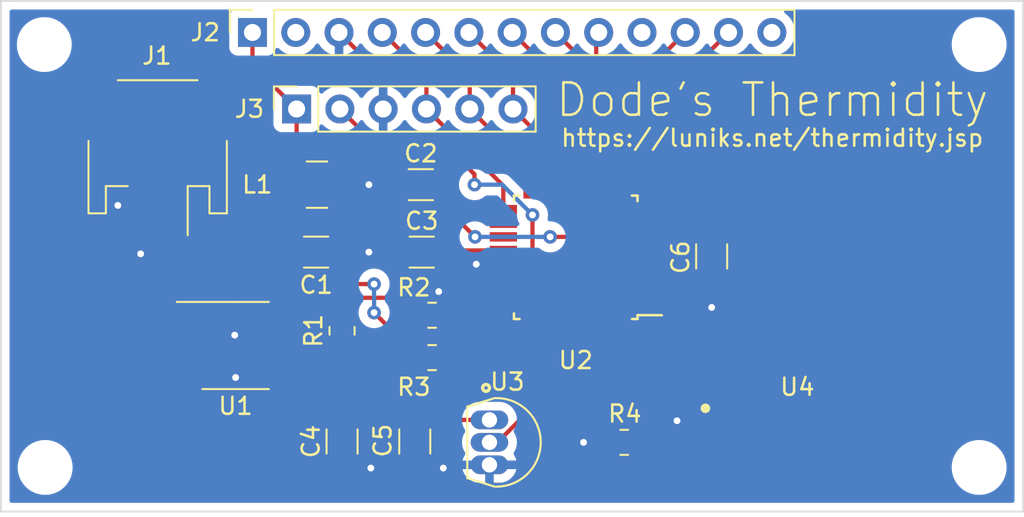
<source format=kicad_pcb>
(kicad_pcb (version 20211014) (generator pcbnew)
  (layers (0 "F.Cu" signal) (31 "B.Cu" signal) (34 "B.Paste" user) (35 "F.Paste" user) (36 "B.SilkS" user "B.Silkscreen") (37 "F.SilkS" user "F.Silkscreen") (38 "B.Mask" user) (39 "F.Mask" user) (44 "Edge.Cuts" user))
  (net 0 "")
  (net 1 "GND")
  (net 2 "+BATT")
  (net 4 "Net-(J2-Pad4)")
  (net 5 "Net-(J2-Pad5)")
  (net 6 "Net-(J2-Pad6)")
  (net 7 "Net-(J2-Pad7)")
  (net 8 "Net-(J2-Pad8)")
  (net 9 "Net-(J2-Pad9)")
  (net 11 "Net-(J2-Pad11)")
  (net 12 "Net-(J2-Pad12)")
  (net 14 "Net-(C2-Pad2)")
  (net 15 "Net-(C3-Pad2)")
  (net 16 "Net-(U2-Pad24)")
  (net 17 "Net-(J3-Pad2)")
  (net 18 "Net-(U2-Pad26)")
  (net 28 "Net-(U2-Pad25)")
  (net 30 "Net-(C4-Pad1)")
  (footprint "Inductor_SMD:L_1210_3225Metric_Pad1.42x2.65mm_HandSolder" (layer "F.Cu") (at 130.2512 69.6976)
    (fp_text reference "L1" (at -3.5052 0) (layer "F.SilkS"))
    (fp_text value "10uH")
    (fp_line (start -0.602064 1.36) (end 0.602064 1.36) (layer "F.SilkS") (width 0.12))
    (fp_line (start -0.602064 -1.36) (end 0.602064 -1.36) (layer "F.SilkS") (width 0.12))
    (pad "1" smd roundrect (at -1.4875 0) (size 1.425 2.65) (layers "F.Cu" "F.Paste" "F.Mask") (roundrect_rratio 0.175439) (net 2 "+BATT"))
    (pad "2" smd roundrect (at 1.4875 0) (size 1.425 2.65) (layers "F.Cu" "F.Paste" "F.Mask") (roundrect_rratio 0.175439) (net 14 "Net-(C2-Pad2)"))
  )
  (footprint "Connector_PinSocket_2.54mm:PinSocket_1x06_P2.54mm_Vertical" (layer "F.Cu") (at 129.057 65.253 90)
    (fp_text reference "J3" (at 0 -2.77) (layer "F.SilkS"))
    (fp_text value "ISP")
    (fp_line (start -1.33 1.27) (end -1.33 14.03) (layer "F.SilkS") (width 0.12))
    (fp_line (start -1.33 14.03) (end 1.33 14.03) (layer "F.SilkS") (width 0.12))
    (fp_line (start 0 -1.33) (end 1.33 -1.33) (layer "F.SilkS") (width 0.12))
    (fp_line (start 1.33 -1.33) (end 1.33 0) (layer "F.SilkS") (width 0.12))
    (fp_line (start -1.33 1.27) (end 1.33 1.27) (layer "F.SilkS") (width 0.12))
    (fp_line (start 1.33 1.27) (end 1.33 14.03) (layer "F.SilkS") (width 0.12))
    (pad "1" thru_hole rect (at 0 0 90) (size 1.7 1.7) (drill 1) (layers *.Cu *.Mask) (net 2 "+BATT"))
    (pad "2" thru_hole oval (at 0 2.54 90) (size 1.7 1.7) (drill 1) (layers *.Cu *.Mask) (net 17 "Net-(J3-Pad2)"))
    (pad "3" thru_hole oval (at 0 5.08 90) (size 1.7 1.7) (drill 1) (layers *.Cu *.Mask) (net 1 "GND"))
    (pad "4" thru_hole oval (at 0 7.62 90) (size 1.7 1.7) (drill 1) (layers *.Cu *.Mask) (net 4 "Net-(J2-Pad4)"))
    (pad "5" thru_hole oval (at 0 10.16 90) (size 1.7 1.7) (drill 1) (layers *.Cu *.Mask) (net 5 "Net-(J2-Pad5)"))
    (pad "6" thru_hole oval (at 0 12.7 90) (size 1.7 1.7) (drill 1) (layers *.Cu *.Mask) (net 6 "Net-(J2-Pad6)"))
  )
  (footprint "Connector_JST:JST_PH_S2B-PH-SM4-TB_1x02-1MP_P2.00mm_Horizontal" (layer "F.Cu") (at 120.904 68.072 180)
    (fp_text reference "J1" (at 0.0508 5.9436) (layer "F.SilkS"))
    (fp_text value "Battery")
    (fp_line (start -4.06 0.94) (end -4.06 -3.31) (layer "F.SilkS") (width 0.12))
    (fp_line (start -2.34 4.51) (end 2.34 4.51) (layer "F.SilkS") (width 0.12))
    (fp_line (start -4.06 -3.31) (end -3.04 -3.31) (layer "F.SilkS") (width 0.12))
    (fp_line (start 3.04 -1.71) (end 1.76 -1.71) (layer "F.SilkS") (width 0.12))
    (fp_line (start -3.04 -1.71) (end -1.76 -1.71) (layer "F.SilkS") (width 0.12))
    (fp_line (start -1.76 -1.71) (end -1.76 -4.6) (layer "F.SilkS") (width 0.12))
    (fp_line (start 4.06 0.94) (end 4.06 -3.31) (layer "F.SilkS") (width 0.12))
    (fp_line (start 3.04 -3.31) (end 3.04 -1.71) (layer "F.SilkS") (width 0.12))
    (fp_line (start -3.04 -3.31) (end -3.04 -1.71) (layer "F.SilkS") (width 0.12))
    (fp_line (start 4.06 -3.31) (end 3.04 -3.31) (layer "F.SilkS") (width 0.12))
    (pad "1" smd roundrect (at -1 -2.85 180) (size 1 3.5) (layers "F.Cu" "F.Paste" "F.Mask") (net 2 "+BATT"))
    (pad "2" smd roundrect (at 1 -2.85 180) (size 1 3.5) (layers "F.Cu" "F.Paste" "F.Mask") (net 1 "GND"))
    (pad "MP" smd roundrect (at -3.35 2.9 180) (size 1.5 3.4) (layers "F.Cu" "F.Paste" "F.Mask") (roundrect_rratio 0.166667))
    (pad "MP" smd roundrect (at 3.35 2.9 180) (size 1.5 3.4) (layers "F.Cu" "F.Paste" "F.Mask") (roundrect_rratio 0.166667))
  )
  (footprint "Capacitor_SMD:C_1206_3216Metric_Pad1.33x1.80mm_HandSolder" (layer "F.Cu") (at 130.2004 73.66 180)
    (fp_text reference "C1" (at 0 -1.9304) (layer "F.SilkS"))
    (fp_text value "2.2uF")
    (fp_line (start -0.711252 -0.91) (end 0.711252 -0.91) (layer "F.SilkS") (width 0.12))
    (fp_line (start -0.711252 0.91) (end 0.711252 0.91) (layer "F.SilkS") (width 0.12))
    (pad "1" smd roundrect (at -1.5625 0 180) (size 1.325 1.8) (layers "F.Cu" "F.Paste" "F.Mask") (roundrect_rratio 0.188679) (net 1 "GND"))
    (pad "2" smd roundrect (at 1.5625 0 180) (size 1.325 1.8) (layers "F.Cu" "F.Paste" "F.Mask") (roundrect_rratio 0.188679) (net 2 "+BATT"))
  )
  (footprint "Connector_PinSocket_2.54mm:PinSocket_1x13_P2.54mm_Vertical" (layer "F.Cu") (at 126.4666 60.7568 90)
    (fp_text reference "J2" (at 0 -2.77) (layer "F.SilkS"))
    (fp_text value "Display")
    (fp_line (start 0 -1.33) (end 1.33 -1.33) (layer "F.SilkS") (width 0.12))
    (fp_line (start -1.33 1.27) (end -1.33 31.81) (layer "F.SilkS") (width 0.12))
    (fp_line (start 1.33 1.27) (end 1.33 31.81) (layer "F.SilkS") (width 0.12))
    (fp_line (start -1.33 31.81) (end 1.33 31.81) (layer "F.SilkS") (width 0.12))
    (fp_line (start 1.33 -1.33) (end 1.33 0) (layer "F.SilkS") (width 0.12))
    (fp_line (start -1.33 1.27) (end 1.33 1.27) (layer "F.SilkS") (width 0.12))
    (pad "1" thru_hole rect (at 0 0 90) (size 1.7 1.7) (drill 1) (layers *.Cu *.Mask) (net 2 "+BATT"))
    (pad "2" thru_hole oval (at 0 2.54 90) (size 1.7 1.7) (drill 1) (layers *.Cu *.Mask))
    (pad "3" thru_hole oval (at 0 5.08 90) (size 1.7 1.7) (drill 1) (layers *.Cu *.Mask) (net 1 "GND"))
    (pad "4" thru_hole oval (at 0 7.62 90) (size 1.7 1.7) (drill 1) (layers *.Cu *.Mask) (net 4 "Net-(J2-Pad4)"))
    (pad "5" thru_hole oval (at 0 10.16 90) (size 1.7 1.7) (drill 1) (layers *.Cu *.Mask) (net 5 "Net-(J2-Pad5)"))
    (pad "6" thru_hole oval (at 0 12.7 90) (size 1.7 1.7) (drill 1) (layers *.Cu *.Mask) (net 6 "Net-(J2-Pad6)"))
    (pad "7" thru_hole oval (at 0 15.24 90) (size 1.7 1.7) (drill 1) (layers *.Cu *.Mask) (net 7 "Net-(J2-Pad7)"))
    (pad "8" thru_hole oval (at 0 17.78 90) (size 1.7 1.7) (drill 1) (layers *.Cu *.Mask) (net 8 "Net-(J2-Pad8)"))
    (pad "9" thru_hole oval (at 0 20.32 90) (size 1.7 1.7) (drill 1) (layers *.Cu *.Mask) (net 9 "Net-(J2-Pad9)"))
    (pad "10" thru_hole oval (at 0 22.86 90) (size 1.7 1.7) (drill 1) (layers *.Cu *.Mask))
    (pad "11" thru_hole oval (at 0 25.4 90) (size 1.7 1.7) (drill 1) (layers *.Cu *.Mask) (net 11 "Net-(J2-Pad11)"))
    (pad "12" thru_hole oval (at 0 27.94 90) (size 1.7 1.7) (drill 1) (layers *.Cu *.Mask) (net 12 "Net-(J2-Pad12)"))
    (pad "13" thru_hole oval (at 0 30.48 90) (size 1.7 1.7) (drill 1) (layers *.Cu *.Mask))
  )
  (footprint "Capacitor_SMD:C_1206_3216Metric_Pad1.33x1.80mm_HandSolder" (layer "F.Cu") (at 153.416 73.914 90)
    (fp_text reference "C6" (at -0.0508 -1.8288 90) (layer "F.SilkS"))
    (fp_text value "100nF")
    (fp_line (start -0.711252 -0.91) (end 0.711252 -0.91) (layer "F.SilkS") (width 0.12))
    (fp_line (start -0.711252 0.91) (end 0.711252 0.91) (layer "F.SilkS") (width 0.12))
    (pad "1" smd roundrect (at -1.5625 0 90) (size 1.325 1.8) (layers "F.Cu" "F.Paste" "F.Mask") (roundrect_rratio 0.188679) (net 1 "GND"))
    (pad "2" smd roundrect (at 1.5625 0 90) (size 1.325 1.8) (layers "F.Cu" "F.Paste" "F.Mask") (roundrect_rratio 0.188679) (net 2 "+BATT"))
  )
  (footprint "Capacitor_SMD:C_1206_3216Metric_Pad1.33x1.80mm_HandSolder" (layer "F.Cu") (at 136.398 73.66)
    (fp_text reference "C3" (at 0 -1.8288) (layer "F.SilkS"))
    (fp_text value "1nF")
    (fp_line (start -0.711252 0.91) (end 0.711252 0.91) (layer "F.SilkS") (width 0.12))
    (fp_line (start -0.711252 -0.91) (end 0.711252 -0.91) (layer "F.SilkS") (width 0.12))
    (pad "1" smd roundrect (at -1.5625 0) (size 1.325 1.8) (layers "F.Cu" "F.Paste" "F.Mask") (roundrect_rratio 0.188679) (net 1 "GND"))
    (pad "2" smd roundrect (at 1.5625 0) (size 1.325 1.8) (layers "F.Cu" "F.Paste" "F.Mask") (roundrect_rratio 0.188679) (net 15 "Net-(C3-Pad2)"))
  )
  (footprint "HIH-5030-001:HONEYWELL_HIH-5030-001" (layer "F.Cu") (at 158.4492 84.836 -90)
    (fp_text reference "U4" (at -3.2512 0.004) (layer "F.SilkS") (effects (font (size 1.00285 1.00285))))
    (fp_text value "HIH-5030")
    (fp_circle (center -2 5.4) (end -1.86 5.4) (layer "F.SilkS") (width 0.28) (fill none))
    (pad "1" smd rect locked (at -1.27 5.335) (size 1.78 0.51) (layers "F.Cu" "F.Paste" "F.Mask") (net 1 "GND"))
    (pad "2" smd rect locked (at 0 5.335) (size 1.78 0.51) (layers "F.Cu" "F.Paste" "F.Mask") (net 18 "Net-(U2-Pad26)"))
    (pad "3" smd rect locked (at 1.27 5.335) (size 1.78 0.51) (layers "F.Cu" "F.Paste" "F.Mask") (net 15 "Net-(C3-Pad2)"))
    (pad "4" smd rect locked (at 0 -5.59 270) (size 2.54 2.29) (layers "F.Cu" "F.Paste" "F.Mask"))
  )
  (footprint "Package_SO:SOIC-8_3.9x4.9mm_P1.27mm" (layer "F.Cu") (at 125.476 79.1464)
    (fp_text reference "U1" (at 0 3.556) (layer "F.SilkS"))
    (fp_text value "MCP1501-30")
    (fp_line (start 0 2.56) (end 1.95 2.56) (layer "F.SilkS") (width 0.12))
    (fp_line (start 0 -2.56) (end 1.95 -2.56) (layer "F.SilkS") (width 0.12))
    (fp_line (start 0 2.56) (end -1.95 2.56) (layer "F.SilkS") (width 0.12))
    (fp_line (start 0 -2.56) (end -3.45 -2.56) (layer "F.SilkS") (width 0.12))
    (pad "1" smd roundrect (at -2.475 -1.905) (size 1.95 0.6) (layers "F.Cu" "F.Paste" "F.Mask") (net 2 "+BATT"))
    (pad "2" smd roundrect (at -2.475 -0.635) (size 1.95 0.6) (layers "F.Cu" "F.Paste" "F.Mask") (net 1 "GND"))
    (pad "3" smd roundrect (at -2.475 0.635) (size 1.95 0.6) (layers "F.Cu" "F.Paste" "F.Mask") (net 2 "+BATT"))
    (pad "4" smd roundrect (at -2.475 1.905) (size 1.95 0.6) (layers "F.Cu" "F.Paste" "F.Mask") (net 1 "GND"))
    (pad "5" smd roundrect (at 2.475 1.905) (size 1.95 0.6) (layers "F.Cu" "F.Paste" "F.Mask") (net 1 "GND"))
    (pad "6" smd roundrect (at 2.475 0.635) (size 1.95 0.6) (layers "F.Cu" "F.Paste" "F.Mask") (net 1 "GND"))
    (pad "7" smd roundrect (at 2.475 -0.635) (size 1.95 0.6) (layers "F.Cu" "F.Paste" "F.Mask") (net 15 "Net-(C3-Pad2)"))
    (pad "8" smd roundrect (at 2.475 -1.905) (size 1.95 0.6) (layers "F.Cu" "F.Paste" "F.Mask") (net 15 "Net-(C3-Pad2)"))
  )
  (footprint "Resistor_SMD:R_0805_2012Metric_Pad1.20x1.40mm_HandSolder" (layer "F.Cu") (at 131.7244 78.2828 -90)
    (fp_text reference "R1" (at 0 1.6764 90) (layer "F.SilkS"))
    (fp_text value "50")
    (fp_line (start -0.227064 -0.735) (end 0.227064 -0.735) (layer "F.SilkS") (width 0.12))
    (fp_line (start -0.227064 0.735) (end 0.227064 0.735) (layer "F.SilkS") (width 0.12))
    (pad "1" smd roundrect (at -1 0 270) (size 1.2 1.4) (layers "F.Cu" "F.Paste" "F.Mask") (roundrect_rratio 0.208333) (net 15 "Net-(C3-Pad2)"))
    (pad "2" smd roundrect (at 1 0 270) (size 1.2 1.4) (layers "F.Cu" "F.Paste" "F.Mask") (roundrect_rratio 0.208333) (net 30 "Net-(C4-Pad1)"))
  )
  (footprint "MountingHole:MountingHole_2.2mm_M2" (layer "F.Cu") (at 169.1132 86.3092)
    (fp_text reference "H4" hide)
    (fp_text value "M2")
    (pad "" np_thru_hole circle (at 0 0) (size 2.2 2.2) (drill 2.2) (layers F&B.Cu *.Mask))
  )
  (footprint "TMP36GT9:XDCR_TMP36GT9" (layer "F.Cu") (at 141.2748 84.836 -90)
    (fp_text reference "U3" (at -3.556 -0.1524) (layer "F.SilkS") (effects (font (size 1.001913 1.001913))))
    (fp_text value "TMP36")
    (fp_line (start -2.1 2.2) (end 2.1 2.2) (layer "F.SilkS") (width 0.127))
    (fp_line (start -2.6 0.6) (end -2.1 2.2) (layer "F.SilkS") (width 0.127))
    (fp_line (start 2.1 2.2) (end 2.6 0.6) (layer "F.SilkS") (width 0.127))
    (fp_arc (start -2.6 0.538) (mid 0 -2.107779) (end 2.6 0.538) (layer "F.SilkS") (width 0.127))
    (fp_circle (center -3.2 1.1) (end -3 1.1) (layer "F.SilkS") (width 0.2) (fill none))
    (pad "1" thru_hole oval (at -1.32 0.9 270) (size 1.1 2.2) (drill 0.9) (layers *.Cu *.Mask) (net 2 "+BATT"))
    (pad "2" thru_hole oval (at 0 0.9 270) (size 1.1 2.2) (drill 0.9) (layers *.Cu *.Mask) (net 28 "Net-(U2-Pad25)"))
    (pad "3" thru_hole oval (at 1.32 0.9 270) (size 1.1 2.2) (drill 0.9) (layers *.Cu *.Mask) (net 1 "GND"))
  )
  (footprint "Resistor_SMD:R_0805_2012Metric_Pad1.20x1.40mm_HandSolder" (layer "F.Cu") (at 137.0076 79.8576)
    (fp_text reference "R3" (at -1.0668 1.7272) (layer "F.SilkS"))
    (fp_text value "1M")
    (fp_line (start -0.227064 0.735) (end 0.227064 0.735) (layer "F.SilkS") (width 0.12))
    (fp_line (start -0.227064 -0.735) (end 0.227064 -0.735) (layer "F.SilkS") (width 0.12))
    (pad "1" smd roundrect (at -1 0) (size 1.2 1.4) (layers "F.Cu" "F.Paste" "F.Mask") (roundrect_rratio 0.208333) (net 2 "+BATT"))
    (pad "2" smd roundrect (at 1 0) (size 1.2 1.4) (layers "F.Cu" "F.Paste" "F.Mask") (roundrect_rratio 0.208333) (net 16 "Net-(U2-Pad24)"))
  )
  (footprint "Capacitor_SMD:C_1206_3216Metric_Pad1.33x1.80mm_HandSolder" (layer "F.Cu") (at 135.9916 84.7852 -90)
    (fp_text reference "C5" (at -0.0508 1.8806 -270) (layer "F.SilkS"))
    (fp_text value "100nF")
    (fp_line (start -0.711252 -0.91) (end 0.711252 -0.91) (layer "F.SilkS") (width 0.12))
    (fp_line (start -0.711252 0.91) (end 0.711252 0.91) (layer "F.SilkS") (width 0.12))
    (pad "1" smd roundrect (at -1.5625 0 270) (size 1.325 1.8) (layers "F.Cu" "F.Paste" "F.Mask") (roundrect_rratio 0.188679) (net 2 "+BATT"))
    (pad "2" smd roundrect (at 1.5625 0 270) (size 1.325 1.8) (layers "F.Cu" "F.Paste" "F.Mask") (roundrect_rratio 0.188679) (net 1 "GND"))
  )
  (footprint "Capacitor_SMD:C_1206_3216Metric_Pad1.33x1.80mm_HandSolder" (layer "F.Cu") (at 131.7244 84.7852 -90)
    (fp_text reference "C4" (at 0 1.8288 90) (layer "F.SilkS"))
    (fp_text value "2.2uF")
    (fp_line (start -0.711252 -0.91) (end 0.711252 -0.91) (layer "F.SilkS") (width 0.12))
    (fp_line (start -0.711252 0.91) (end 0.711252 0.91) (layer "F.SilkS") (width 0.12))
    (pad "1" smd roundrect (at -1.5625 0 270) (size 1.325 1.8) (layers "F.Cu" "F.Paste" "F.Mask") (roundrect_rratio 0.188679) (net 30 "Net-(C4-Pad1)"))
    (pad "2" smd roundrect (at 1.5625 0 270) (size 1.325 1.8) (layers "F.Cu" "F.Paste" "F.Mask") (roundrect_rratio 0.188679) (net 1 "GND"))
  )
  (footprint "Capacitor_SMD:C_1206_3216Metric_Pad1.33x1.80mm_HandSolder" (layer "F.Cu") (at 136.3472 69.6976)
    (fp_text reference "C2" (at 0 -1.8288) (layer "F.SilkS"))
    (fp_text value "100nF")
    (fp_line (start -0.711252 -0.91) (end 0.711252 -0.91) (layer "F.SilkS") (width 0.12))
    (fp_line (start -0.711252 0.91) (end 0.711252 0.91) (layer "F.SilkS") (width 0.12))
    (pad "1" smd roundrect (at -1.5625 0) (size 1.325 1.8) (layers "F.Cu" "F.Paste" "F.Mask") (roundrect_rratio 0.188679) (net 1 "GND"))
    (pad "2" smd roundrect (at 1.5625 0) (size 1.325 1.8) (layers "F.Cu" "F.Paste" "F.Mask") (roundrect_rratio 0.188679) (net 14 "Net-(C2-Pad2)"))
  )
  (footprint "MountingHole:MountingHole_2.2mm_M2" (layer "F.Cu") (at 169.1132 61.468)
    (fp_text reference "H2" hide)
    (fp_text value "M2")
    (pad "" np_thru_hole circle (at 0 0) (size 2.2 2.2) (drill 2.2) (layers *.Cu *.Mask))
  )
  (footprint "Package_QFP:TQFP-32_7x7mm_P0.8mm" (layer "F.Cu") (at 145.4404 73.9648 180)
    (fp_text reference "U2" (at 0 -6.05) (layer "F.SilkS"))
    (fp_text value "ATmega328P")
    (fp_line (start -3.625 -3.4) (end -5.05 -3.4) (layer "F.SilkS") (width 0.15))
    (fp_line (start 3.625 3.625) (end 3.3 3.625) (layer "F.SilkS") (width 0.15))
    (fp_line (start -3.625 3.625) (end -3.625 3.3) (layer "F.SilkS") (width 0.15))
    (fp_line (start 3.625 -3.625) (end 3.3 -3.625) (layer "F.SilkS") (width 0.15))
    (fp_line (start 3.625 -3.625) (end 3.625 -3.3) (layer "F.SilkS") (width 0.15))
    (fp_line (start -3.625 3.625) (end -3.3 3.625) (layer "F.SilkS") (width 0.15))
    (fp_line (start 3.625 3.625) (end 3.625 3.3) (layer "F.SilkS") (width 0.15))
    (fp_line (start -3.625 -3.625) (end -3.625 -3.4) (layer "F.SilkS") (width 0.15))
    (fp_line (start -3.625 -3.625) (end -3.3 -3.625) (layer "F.SilkS") (width 0.15))
    (pad "1" smd rect (at -4.25 -2.8 180) (size 1.6 0.55) (layers "F.Cu" "F.Paste" "F.Mask"))
    (pad "2" smd rect (at -4.25 -2 180) (size 1.6 0.55) (layers "F.Cu" "F.Paste" "F.Mask"))
    (pad "3" smd rect (at -4.25 -1.2 180) (size 1.6 0.55) (layers "F.Cu" "F.Paste" "F.Mask") (net 1 "GND"))
    (pad "4" smd rect (at -4.25 -0.4 180) (size 1.6 0.55) (layers "F.Cu" "F.Paste" "F.Mask") (net 2 "+BATT"))
    (pad "5" smd rect (at -4.25 0.4 180) (size 1.6 0.55) (layers "F.Cu" "F.Paste" "F.Mask") (net 1 "GND"))
    (pad "6" smd rect (at -4.25 1.2 180) (size 1.6 0.55) (layers "F.Cu" "F.Paste" "F.Mask") (net 2 "+BATT"))
    (pad "7" smd rect (at -4.25 2 180) (size 1.6 0.55) (layers "F.Cu" "F.Paste" "F.Mask"))
    (pad "8" smd rect (at -4.25 2.8 180) (size 1.6 0.55) (layers "F.Cu" "F.Paste" "F.Mask"))
    (pad "9" smd rect (at -2.8 4.25 270) (size 1.6 0.55) (layers "F.Cu" "F.Paste" "F.Mask") (net 12 "Net-(J2-Pad12)"))
    (pad "10" smd rect (at -2 4.25 270) (size 1.6 0.55) (layers "F.Cu" "F.Paste" "F.Mask") (net 11 "Net-(J2-Pad11)"))
    (pad "11" smd rect (at -1.2 4.25 270) (size 1.6 0.55) (layers "F.Cu" "F.Paste" "F.Mask") (net 9 "Net-(J2-Pad9)"))
    (pad "12" smd rect (at -0.4 4.25 270) (size 1.6 0.55) (layers "F.Cu" "F.Paste" "F.Mask") (net 8 "Net-(J2-Pad8)"))
    (pad "13" smd rect (at 0.4 4.25 270) (size 1.6 0.55) (layers "F.Cu" "F.Paste" "F.Mask") (net 7 "Net-(J2-Pad7)"))
    (pad "14" smd rect (at 1.2 4.25 270) (size 1.6 0.55) (layers "F.Cu" "F.Paste" "F.Mask"))
    (pad "15" smd rect (at 2 4.25 270) (size 1.6 0.55) (layers "F.Cu" "F.Paste" "F.Mask") (net 6 "Net-(J2-Pad6)"))
    (pad "16" smd rect (at 2.8 4.25 270) (size 1.6 0.55) (layers "F.Cu" "F.Paste" "F.Mask") (net 5 "Net-(J2-Pad5)"))
    (pad "17" smd rect (at 4.25 2.8 180) (size 1.6 0.55) (layers "F.Cu" "F.Paste" "F.Mask") (net 4 "Net-(J2-Pad4)"))
    (pad "18" smd rect (at 4.25 2 180) (size 1.6 0.55) (layers "F.Cu" "F.Paste" "F.Mask") (net 14 "Net-(C2-Pad2)"))
    (pad "19" smd rect (at 4.25 1.2 180) (size 1.6 0.55) (layers "F.Cu" "F.Paste" "F.Mask"))
    (pad "20" smd rect (at 4.25 0.4 180) (size 1.6 0.55) (layers "F.Cu" "F.Paste" "F.Mask") (net 15 "Net-(C3-Pad2)"))
    (pad "21" smd rect (at 4.25 -0.4 180) (size 1.6 0.55) (layers "F.Cu" "F.Paste" "F.Mask") (net 1 "GND"))
    (pad "22" smd rect (at 4.25 -1.2 180) (size 1.6 0.55) (layers "F.Cu" "F.Paste" "F.Mask"))
    (pad "23" smd rect (at 4.25 -2 180) (size 1.6 0.55) (layers "F.Cu" "F.Paste" "F.Mask"))
    (pad "24" smd rect (at 4.25 -2.8 180) (size 1.6 0.55) (layers "F.Cu" "F.Paste" "F.Mask") (net 16 "Net-(U2-Pad24)"))
    (pad "25" smd rect (at 2.8 -4.25 270) (size 1.6 0.55) (layers "F.Cu" "F.Paste" "F.Mask") (net 28 "Net-(U2-Pad25)"))
    (pad "26" smd rect (at 2 -4.25 270) (size 1.6 0.55) (layers "F.Cu" "F.Paste" "F.Mask") (net 18 "Net-(U2-Pad26)"))
    (pad "27" smd rect (at 1.2 -4.25 270) (size 1.6 0.55) (layers "F.Cu" "F.Paste" "F.Mask"))
    (pad "28" smd rect (at 0.4 -4.25 270) (size 1.6 0.55) (layers "F.Cu" "F.Paste" "F.Mask"))
    (pad "29" smd rect (at -0.4 -4.25 270) (size 1.6 0.55) (layers "F.Cu" "F.Paste" "F.Mask") (net 17 "Net-(J3-Pad2)"))
    (pad "30" smd rect (at -1.2 -4.25 270) (size 1.6 0.55) (layers "F.Cu" "F.Paste" "F.Mask"))
    (pad "31" smd rect (at -2 -4.25 270) (size 1.6 0.55) (layers "F.Cu" "F.Paste" "F.Mask"))
    (pad "32" smd rect (at -2.8 -4.25 270) (size 1.6 0.55) (layers "F.Cu" "F.Paste" "F.Mask"))
  )
  (footprint "MountingHole:MountingHole_2.2mm_M2" (layer "F.Cu") (at 114.2492 61.468)
    (fp_text reference "H1" hide)
    (fp_text value "M2")
    (pad "" np_thru_hole circle (at 0 0) (size 2.2 2.2) (drill 2.2) (layers F&B.Cu *.Mask))
  )
  (footprint "Resistor_SMD:R_0805_2012Metric_Pad1.20x1.40mm_HandSolder" (layer "F.Cu") (at 137.0076 77.3684 180)
    (fp_text reference "R2" (at 1.0668 1.6256) (layer "F.SilkS"))
    (fp_text value "1M")
    (fp_line (start -0.227064 -0.735) (end 0.227064 -0.735) (layer "F.SilkS") (width 0.12))
    (fp_line (start -0.227064 0.735) (end 0.227064 0.735) (layer "F.SilkS") (width 0.12))
    (pad "1" smd roundrect (at -1 0 180) (size 1.2 1.4) (layers "F.Cu" "F.Paste" "F.Mask") (roundrect_rratio 0.208333) (net 16 "Net-(U2-Pad24)"))
    (pad "2" smd roundrect (at 1 0 180) (size 1.2 1.4) (layers "F.Cu" "F.Paste" "F.Mask") (roundrect_rratio 0.208333) (net 1 "GND"))
  )
  (footprint "MountingHole:MountingHole_2.2mm_M2" (layer "F.Cu") (at 114.3 86.3092)
    (fp_text reference "H3" hide)
    (fp_text value "M2")
    (pad "" np_thru_hole circle (at 0 0) (size 2.2 2.2) (drill 2.2) (layers F&B.Cu *.Mask))
  )
  (footprint "Resistor_SMD:R_0805_2012Metric_Pad1.20x1.40mm_HandSolder" (layer "F.Cu") (at 148.2852 84.836 180)
    (fp_text reference "R4" (at -0.0348 1.6764) (layer "F.SilkS"))
    (fp_text value "65k")
    (fp_line (start -0.227064 -0.735) (end 0.227064 -0.735) (layer "F.SilkS") (width 0.12))
    (fp_line (start -0.227064 0.735) (end 0.227064 0.735) (layer "F.SilkS") (width 0.12))
    (pad "1" smd roundrect (at -1 0 180) (size 1.2 1.4) (layers "F.Cu" "F.Paste" "F.Mask") (roundrect_rratio 0.208333) (net 18 "Net-(U2-Pad26)"))
    (pad "2" smd roundrect (at 1 0 180) (size 1.2 1.4) (layers "F.Cu" "F.Paste" "F.Mask") (roundrect_rratio 0.208333) (net 1 "GND"))
  )
  (gr_rect (start 111.7 58.9) (end 171.7 88.9) (layer "Edge.Cuts") (width 0.1) (fill none))
  (gr_text "Dode's Thermidity" (at 156.972 64.7192) (layer "F.SilkS") (effects (font (size 1.9 1.9))))
  (gr_text "https://luniks.net/thermidity.jsp" (at 156.972 66.9544) (layer "F.SilkS") (effects (font (size 1 1))))
  (segment (start 135.9916 86.3477) (end 137.8081 86.3477) (width 0.25) (layer "F.Cu") (net 1))
  (segment (start 149.6904 75.1648) (end 148.6404 75.1648) (width 0.25) (layer "F.Cu") (net 1))
  (segment (start 147.2852 84.836) (end 145.6944 84.836) (width 0.25) (layer "F.Cu") (net 1))
  (segment (start 139.6048 74.3648) (end 139.5984 74.3712) (width 0.25) (layer "F.Cu") (net 1))
  (segment (start 123.377751 81.0514) (end 123.001 81.0514) (width 0.25) (layer "F.Cu") (net 1))
  (segment (start 141.1904 74.3648) (end 139.6048 74.3648) (width 0.25) (layer "F.Cu") (net 1))
  (segment (start 131.7244 86.3477) (end 133.4131 86.3477) (width 0.25) (layer "F.Cu") (net 1))
  (segment (start 148.6404 75.1648) (end 148.5654 75.0898) (width 0.25) (layer "F.Cu") (net 1))
  (segment (start 153.1142 83.566) (end 151.2316 83.566) (width 0.25) (layer "F.Cu") (net 1))
  (segment (start 134.137 63.3472) (end 134.137 65.253) (width 0.25) (layer "F.Cu") (net 1))
  (segment (start 148.6948 73.5648) (end 149.6904 73.5648) (width 0.25) (layer "F.Cu") (net 1))
  (segment (start 118.5724 70.922) (end 118.5672 70.9168) (width 0.25) (layer "F.Cu") (net 1))
  (segment (start 123.001 78.5114) (end 123.377751 78.5114) (width 0.25) (layer "F.Cu") (net 1))
  (segment (start 136.0076 77.3684) (end 137.3966 75.9794) (width 0.25) (layer "F.Cu") (net 1))
  (segment (start 133.2992 73.66) (end 131.7629 73.66) (width 0.25) (layer "F.Cu") (net 1))
  (segment (start 153.416 75.4765) (end 153.416 77.0128) (width 0.25) (layer "F.Cu") (net 1))
  (segment (start 134.7847 69.6976) (end 133.2992 69.6976) (width 0.25) (layer "F.Cu") (net 1))
  (segment (start 148.5654 75.0898) (end 148.5654 73.6942) (width 0.25) (layer "F.Cu") (net 1))
  (segment (start 119.904 70.922) (end 118.5724 70.922) (width 0.25) (layer "F.Cu") (net 1))
  (segment (start 149.6904 75.1648) (end 153.1043 75.1648) (width 0.25) (layer "F.Cu") (net 1))
  (segment (start 153.1043 75.1648) (end 153.416 75.4765) (width 0.25) (layer "F.Cu") (net 1))
  (segment (start 131.5466 60.7568) (end 134.137 63.3472) (width 0.25) (layer "F.Cu") (net 1))
  (segment (start 148.5654 73.6942) (end 148.6948 73.5648) (width 0.25) (layer "F.Cu") (net 1))
  (segment (start 134.8355 73.66) (end 133.2992 73.66) (width 0.25) (layer "F.Cu") (net 1))
  (segment (start 119.904 70.922) (end 119.904 73.7616) (width 0.25) (layer "F.Cu") (net 1))
  (via (at 145.8976 84.836) (size 0.8) (drill 0.4) (layers "F.Cu" "B.Cu") (net 1))
  (via (at 139.5984 74.3712) (size 0.8) (drill 0.4) (layers "F.Cu" "B.Cu") (net 1))
  (via (at 125.476 81.026) (size 0.8) (drill 0.4) (layers "F.Cu" "B.Cu") (net 1))
  (via (at 133.4131 86.3477) (size 0.8) (drill 0.4) (layers "F.Cu" "B.Cu") (net 1))
  (via (at 118.5672 70.9168) (size 0.8) (drill 0.4) (layers "F.Cu" "B.Cu") (net 1))
  (via (at 133.2992 73.66) (size 0.8) (drill 0.4) (layers "F.Cu" "B.Cu") (net 1))
  (via (at 153.416 76.9112) (size 0.8) (drill 0.4) (layers "F.Cu" "B.Cu") (net 1))
  (via (at 137.668 86.3477) (size 0.8) (drill 0.4) (layers "F.Cu" "B.Cu") (net 1))
  (via (at 125.4252 78.5368) (size 0.8) (drill 0.4) (layers "F.Cu" "B.Cu") (net 1))
  (via (at 133.2992 69.6976) (size 0.8) (drill 0.4) (layers "F.Cu" "B.Cu") (net 1))
  (via (at 151.384 83.566) (size 0.8) (drill 0.4) (layers "F.Cu" "B.Cu") (net 1))
  (via (at 137.3966 75.9794) (size 0.8) (drill 0.4) (layers "F.Cu" "B.Cu") (net 1))
  (via (at 119.904 73.7616) (size 0.8) (drill 0.4) (layers "F.Cu" "B.Cu") (net 1))
  (segment (start 121.701 78.858151) (end 122.624249 79.7814) (width 0.25) (layer "F.Cu") (net 2))
  (segment (start 123.001 77.2414) (end 122.624249 77.2414) (width 0.25) (layer "F.Cu") (net 2))
  (segment (start 136.0076 79.6196) (end 133.604 77.216) (width 0.25) (layer "F.Cu") (net 2))
  (segment (start 136.2849 83.516) (end 140.3748 83.516) (width 0.25) (layer "F.Cu") (net 2))
  (segment (start 149.6904 74.3648) (end 150.7404 74.3648) (width 0.25) (layer "F.Cu") (net 2))
  (segment (start 136.0076 79.8576) (end 136.0076 79.6196) (width 0.25) (layer "F.Cu") (net 2))
  (segment (start 149.6904 72.7648) (end 143.9356 72.7648) (width 0.25) (layer "F.Cu") (net 2))
  (segment (start 129.057 69.4043) (end 129.057 65.253) (width 0.25) (layer "F.Cu") (net 2))
  (segment (start 122.624249 77.2414) (end 121.701 78.164649) (width 0.25) (layer "F.Cu") (net 2))
  (segment (start 153.0027 72.7648) (end 153.416 72.3515) (width 0.25) (layer "F.Cu") (net 2))
  (segment (start 138.4424 71.6788) (end 130.6191 71.6788) (width 0.25) (layer "F.Cu") (net 2))
  (segment (start 128.6379 73.66) (end 130.5175 75.5396) (width 0.25) (layer "F.Cu") (net 2))
  (segment (start 121.904 76.1444) (end 123.001 77.2414) (width 0.25) (layer "F.Cu") (net 2))
  (segment (start 136.0076 83.2067) (end 135.9916 83.2227) (width 0.25) (layer "F.Cu") (net 2))
  (segment (start 136.0076 79.8576) (end 136.0076 83.2067) (width 0.25) (layer "F.Cu") (net 2))
  (segment (start 128.6379 73.66) (end 130.6191 71.6788) (width 0.25) (layer "F.Cu") (net 2))
  (segment (start 130.5175 75.5396) (end 133.604 75.5396) (width 0.25) (layer "F.Cu") (net 2))
  (segment (start 121.904 70.922) (end 121.904 76.1444) (width 0.25) (layer "F.Cu") (net 2))
  (segment (start 135.9916 83.2227) (end 136.2849 83.516) (width 0.25) (layer "F.Cu") (net 2))
  (segment (start 124.642 73.66) (end 121.904 70.922) (width 0.25) (layer "F.Cu") (net 2))
  (segment (start 150.8252 74.28) (end 150.8252 72.8496) (width 0.25) (layer "F.Cu") (net 2))
  (segment (start 126.4666 60.7568) (end 126.4666 62.6626) (width 0.25) (layer "F.Cu") (net 2))
  (segment (start 150.8252 72.8496) (end 150.7404 72.7648) (width 0.25) (layer "F.Cu") (net 2))
  (segment (start 139.5284 72.7648) (end 138.4424 71.6788) (width 0.25) (layer "F.Cu") (net 2))
  (segment (start 149.6904 72.7648) (end 153.0027 72.7648) (width 0.25) (layer "F.Cu") (net 2))
  (segment (start 150.7404 72.7648) (end 149.6904 72.7648) (width 0.25) (layer "F.Cu") (net 2))
  (segment (start 126.4666 62.6626) (end 129.057 65.253) (width 0.25) (layer "F.Cu") (net 2))
  (segment (start 128.7637 69.6976) (end 128.7637 73.5342) (width 0.25) (layer "F.Cu") (net 2))
  (segment (start 128.7637 73.5342) (end 128.6379 73.66) (width 0.25) (layer "F.Cu") (net 2))
  (segment (start 150.7404 74.3648) (end 150.8252 74.28) (width 0.25) (layer "F.Cu") (net 2))
  (segment (start 121.701 78.164649) (end 121.701 78.858151) (width 0.25) (layer "F.Cu") (net 2))
  (segment (start 128.7637 69.6976) (end 129.057 69.4043) (width 0.25) (layer "F.Cu") (net 2))
  (segment (start 128.6379 73.66) (end 124.642 73.66) (width 0.25) (layer "F.Cu") (net 2))
  (segment (start 122.624249 79.7814) (end 123.001 79.7814) (width 0.25) (layer "F.Cu") (net 2))
  (via (at 143.9356 72.7648) (size 0.8) (drill 0.4) (layers "F.Cu" "B.Cu") (net 2))
  (via (at 133.604 77.216) (size 0.8) (drill 0.4) (layers "F.Cu" "B.Cu") (net 2))
  (via (at 139.5284 72.7648) (size 0.8) (drill 0.4) (layers "F.Cu" "B.Cu") (net 2))
  (via (at 133.604 75.5396) (size 0.8) (drill 0.4) (layers "F.Cu" "B.Cu") (net 2))
  (segment (start 133.604 75.5396) (end 133.604 77.216) (width 0.25) (layer "B.Cu") (net 2))
  (segment (start 139.5284 72.7648) (end 143.9356 72.7648) (width 0.25) (layer "B.Cu") (net 2))
  (segment (start 141.1904 71.1648) (end 141.1904 69.7664) (width 0.25) (layer "F.Cu") (net 4))
  (segment (start 136.677 65.253) (end 136.677 63.3472) (width 0.25) (layer "F.Cu") (net 4))
  (segment (start 141.1904 69.7664) (end 136.677 65.253) (width 0.25) (layer "F.Cu") (net 4))
  (segment (start 136.677 63.3472) (end 134.0866 60.7568) (width 0.25) (layer "F.Cu") (net 4))
  (segment (start 139.217 63.3472) (end 136.6266 60.7568) (width 0.25) (layer "F.Cu") (net 5))
  (segment (start 142.6404 68.6764) (end 139.217 65.253) (width 0.25) (layer "F.Cu") (net 5))
  (segment (start 139.217 65.253) (end 139.217 63.3472) (width 0.25) (layer "F.Cu") (net 5))
  (segment (start 142.6404 69.7148) (end 142.6404 68.6764) (width 0.25) (layer "F.Cu") (net 5))
  (segment (start 141.757 63.3472) (end 139.1666 60.7568) (width 0.25) (layer "F.Cu") (net 6))
  (segment (start 143.4404 69.7148) (end 143.4404 66.9364) (width 0.25) (layer "F.Cu") (net 6))
  (segment (start 143.4404 66.9364) (end 141.757 65.253) (width 0.25) (layer "F.Cu") (net 6))
  (segment (start 141.757 65.253) (end 141.757 63.3472) (width 0.25) (layer "F.Cu") (net 6))
  (segment (start 145.0404 69.7148) (end 145.0404 64.0906) (width 0.25) (layer "F.Cu") (net 7))
  (segment (start 145.0404 64.0906) (end 141.7066 60.7568) (width 0.25) (layer "F.Cu") (net 7))
  (segment (start 145.8404 62.3506) (end 144.2466 60.7568) (width 0.25) (layer "F.Cu") (net 8))
  (segment (start 145.8404 69.7148) (end 145.8404 62.3506) (width 0.25) (layer "F.Cu") (net 8))
  (segment (start 146.6404 69.7148) (end 146.6404 60.903) (width 0.25) (layer "F.Cu") (net 9))
  (segment (start 146.6404 60.903) (end 146.7866 60.7568) (width 0.25) (layer "F.Cu") (net 9))
  (segment (start 147.4404 69.7148) (end 147.4404 65.183) (width 0.25) (layer "F.Cu") (net 11))
  (segment (start 147.4404 65.183) (end 151.8666 60.7568) (width 0.25) (layer "F.Cu") (net 11))
  (segment (start 148.2404 69.7148) (end 148.2404 66.923) (width 0.25) (layer "F.Cu") (net 12))
  (segment (start 148.2404 66.923) (end 154.4066 60.7568) (width 0.25) (layer "F.Cu") (net 12))
  (segment (start 136.6847 68.4726) (end 132.9637 68.4726) (width 0.25) (layer "F.Cu") (net 14))
  (segment (start 132.9637 68.4726) (end 131.7387 69.6976) (width 0.25) (layer "F.Cu") (net 14))
  (segment (start 141.1904 71.9648) (end 140.1769 71.9648) (width 0.25) (layer "F.Cu") (net 14))
  (segment (start 137.9097 69.6976) (end 136.6847 68.4726) (width 0.25) (layer "F.Cu") (net 14))
  (segment (start 140.1769 71.9648) (end 137.9097 69.6976) (width 0.25) (layer "F.Cu") (net 14))
  (segment (start 127.951 77.2414) (end 131.683 77.2414) (width 0.25) (layer "F.Cu") (net 15))
  (segment (start 127.951 78.5114) (end 129.4638 78.5114) (width 0.25) (layer "F.Cu") (net 15))
  (segment (start 129.9972 79.0448) (end 129.9972 86.496173) (width 0.25) (layer "F.Cu") (net 15))
  (segment (start 132.6638 76.3434) (end 135.2771 76.3434) (width 0.25) (layer "F.Cu") (net 15))
  (segment (start 129.4638 78.5114) (end 129.9972 79.0448) (width 0.25) (layer "F.Cu") (net 15))
  (segment (start 151.885 87.3352) (end 153.1142 86.106) (width 0.25) (layer "F.Cu") (net 15))
  (segment (start 141.1904 73.5648) (end 138.0557 73.5648) (width 0.25) (layer "F.Cu") (net 15))
  (segment (start 131.683 77.2414) (end 131.7244 77.2828) (width 0.25) (layer "F.Cu") (net 15))
  (segment (start 138.0557 73.5648) (end 137.9605 73.66) (width 0.25) (layer "F.Cu") (net 15))
  (segment (start 135.2771 76.3434) (end 137.9605 73.66) (width 0.25) (layer "F.Cu") (net 15))
  (segment (start 129.9972 86.496173) (end 130.836227 87.3352) (width 0.25) (layer "F.Cu") (net 15))
  (segment (start 127.951 77.2414) (end 127.951 78.5114) (width 0.25) (layer "F.Cu") (net 15))
  (segment (start 130.836227 87.3352) (end 151.885 87.3352) (width 0.25) (layer "F.Cu") (net 15))
  (segment (start 131.7244 77.2828) (end 132.6638 76.3434) (width 0.25) (layer "F.Cu") (net 15))
  (segment (start 138.0076 77.3684) (end 138.0076 79.8576) (width 0.25) (layer "F.Cu") (net 16))
  (segment (start 141.1904 76.7648) (end 138.6112 76.7648) (width 0.25) (layer "F.Cu") (net 16))
  (segment (start 138.6112 76.7648) (end 138.0076 77.3684) (width 0.25) (layer "F.Cu") (net 16))
  (segment (start 134.0604 67.7164) (end 131.597 65.253) (width 0.25) (layer "F.Cu") (net 17))
  (segment (start 139.4968 69.088) (end 138.1252 67.7164) (width 0.25) (layer "F.Cu") (net 17))
  (segment (start 145.8404 77.1648) (end 142.9004 74.2248) (width 0.25) (layer "F.Cu") (net 17))
  (segment (start 139.4968 69.6976) (end 139.4968 69.088) (width 0.25) (layer "F.Cu") (net 17))
  (segment (start 138.1252 67.7164) (end 134.0604 67.7164) (width 0.25) (layer "F.Cu") (net 17))
  (segment (start 145.8404 78.2148) (end 145.8404 77.1648) (width 0.25) (layer "F.Cu") (net 17))
  (segment (start 142.9004 74.2248) (end 142.9004 71.4756) (width 0.25) (layer "F.Cu") (net 17))
  (via (at 139.4968 69.6976) (size 0.8) (drill 0.4) (layers "F.Cu" "B.Cu") (net 17))
  (via (at 142.9004 71.4756) (size 0.8) (drill 0.4) (layers "F.Cu" "B.Cu") (net 17))
  (segment (start 141.1224 69.6976) (end 142.9004 71.4756) (width 0.25) (layer "B.Cu") (net 17))
  (segment (start 139.4968 69.6976) (end 141.1224 69.6976) (width 0.25) (layer "B.Cu") (net 17))
  (segment (start 143.4404 78.2148) (end 143.4404 78.9912) (width 0.25) (layer "F.Cu") (net 18))
  (segment (start 149.2852 84.836) (end 153.1142 84.836) (width 0.25) (layer "F.Cu") (net 18))
  (segment (start 143.4404 78.9912) (end 149.2852 84.836) (width 0.25) (layer "F.Cu") (net 18))
  (segment (start 140.842237 84.836) (end 140.3748 84.836) (width 0.25) (layer "F.Cu") (net 28))
  (segment (start 142.6404 78.2148) (end 142.6404 83.037837) (width 0.25) (layer "F.Cu") (net 28))
  (segment (start 142.6404 83.037837) (end 140.842237 84.836) (width 0.25) (layer "F.Cu") (net 28))
  (segment (start 131.7244 79.2828) (end 131.7244 83.2227) (width 0.25) (layer "F.Cu") (net 30))
  (zone (net 1) (net_name "GND") (layer "F.Cu") (connect_pads (clearance 0.508)) (min_thickness 0.254) (fill yes (thermal_gap 0.508) (thermal_bridge_width 0.508))
    (polygon (pts (xy 129.1844 81.8388) (xy 121.8184 81.8388) (xy 121.8184 76.454) (xy 129.1844 76.454)))
  )
  (zone (net 1) (net_name "GND") (layer "B.Cu") (connect_pads (clearance 0.508)) (min_thickness 0.254) (fill yes (thermal_gap 0.508) (thermal_bridge_width 0.508))
    (polygon (pts (xy 171.704 88.9) (xy 111.76 88.9) (xy 111.7092 58.928) (xy 171.704 58.928)))
  )
)
</source>
